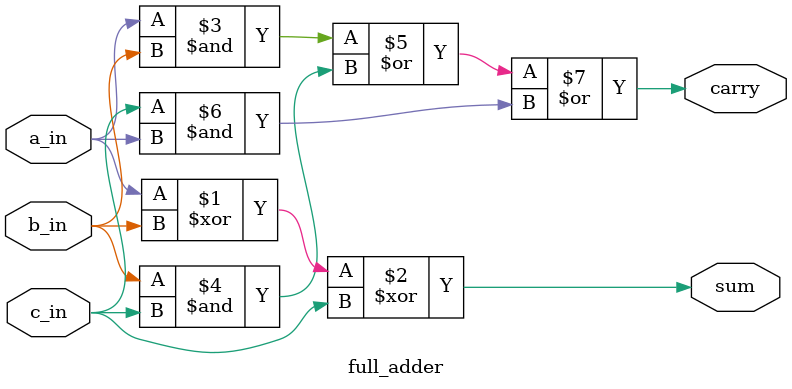
<source format=v>
`timescale 1ns / 1ps


module full_adder(
    input a_in, b_in, c_in,
    output sum, carry
    );
    assign sum = a_in ^ b_in ^ c_in;
    assign carry = (a_in & b_in)|(b_in & c_in)|(c_in & a_in);
endmodule

</source>
